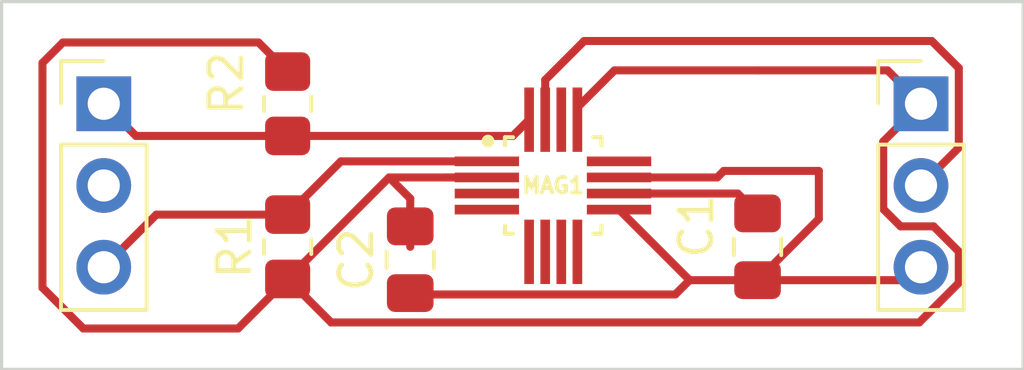
<source format=kicad_pcb>
(kicad_pcb (version 20211014) (generator pcbnew)
  (layers (0 "F.Cu" signal) (31 "B.Cu" signal) (34 "B.Paste" user) (35 "F.Paste" user) (36 "B.SilkS" user "B.Silkscreen") (37 "F.SilkS" user "F.Silkscreen") (38 "B.Mask" user) (39 "F.Mask" user) (44 "Edge.Cuts" user))
  (net 0 "")
  (net 1 "/SCL")
  (net 2 "+3V3")
  (net 3 "GND")
  (net 4 "Net-(C1-Pad1)")
  (net 5 "/INT")
  (net 6 "/SDA")
  (net 7 "Net-(J1-Pad2)")
  (footprint "PQFN50P300X300X100-16N" (layer "F.Cu") (at 111.125 59.69)
    (fp_text reference "MAG1" (at 0 0) (layer "F.SilkS") (effects (font (size 0.48 0.48))))
    (fp_text value "MMC5983MA" hide)
    (fp_line (start 1.5 1.5) (end 1.25 1.5) (layer "F.SilkS") (width 0.127))
    (fp_line (start 1.5 -1.5) (end 1.5 -1.25) (layer "F.SilkS") (width 0.127))
    (fp_line (start 1.25 -1.5) (end 1.5 -1.5) (layer "F.SilkS") (width 0.127))
    (fp_line (start -1.5 -1.5) (end -1.25 -1.5) (layer "F.SilkS") (width 0.127))
    (fp_line (start -1.5 -1.25) (end -1.5 -1.5) (layer "F.SilkS") (width 0.127))
    (fp_line (start 1.5 1.25) (end 1.5 1.5) (layer "F.SilkS") (width 0.127))
    (fp_line (start -1.25 1.5) (end -1.5 1.5) (layer "F.SilkS") (width 0.127))
    (fp_line (start -1.5 1.5) (end -1.5 1.25) (layer "F.SilkS") (width 0.127))
    (fp_circle (center -2.028 -1.378) (end -1.928 -1.378) (layer "F.SilkS") (width 0.2) (fill none))
    (pad "1" smd rect locked (at -2.0625 -0.75) (size 2 0.3) (layers "F.Cu" "F.Paste" "F.Mask") (net 1 "/SCL"))
    (pad "2" smd rect locked (at -2.0625 -0.25) (size 2 0.3) (layers "F.Cu" "F.Paste" "F.Mask") (net 2 "+3V3"))
    (pad "3" smd rect locked (at -2.0625 0.25) (size 2 0.3) (layers "F.Cu" "F.Paste" "F.Mask"))
    (pad "4" smd rect locked (at -2.0625 0.75) (size 2 0.3) (layers "F.Cu" "F.Paste" "F.Mask"))
    (pad "5" smd rect locked (at -0.75 2.0625) (size 0.3 2) (layers "F.Cu" "F.Paste" "F.Mask"))
    (pad "6" smd rect locked (at -0.25 2.0625) (size 0.3 2) (layers "F.Cu" "F.Paste" "F.Mask"))
    (pad "7" smd rect locked (at 0.25 2.0625) (size 0.3 2) (layers "F.Cu" "F.Paste" "F.Mask"))
    (pad "8" smd rect locked (at 0.75 2.0625) (size 0.3 2) (layers "F.Cu" "F.Paste" "F.Mask"))
    (pad "9" smd rect locked (at 2.045 0.75) (size 2 0.3) (layers "F.Cu" "F.Paste" "F.Mask") (net 3 "GND"))
    (pad "10" smd rect locked (at 2.045 0.25) (size 2 0.3) (layers "F.Cu" "F.Paste" "F.Mask") (net 4 "Net-(C1-Pad1)"))
    (pad "11" smd rect locked (at 2.045 -0.25) (size 2 0.3) (layers "F.Cu" "F.Paste" "F.Mask") (net 3 "GND"))
    (pad "12" smd rect locked (at 2.045 -0.75) (size 2 0.3) (layers "F.Cu" "F.Paste" "F.Mask"))
    (pad "13" smd rect locked (at 0.75 -2.045) (size 0.3 2) (layers "F.Cu" "F.Paste" "F.Mask") (net 2 "+3V3"))
    (pad "14" smd rect locked (at 0.25 -2.045) (size 0.3 2) (layers "F.Cu" "F.Paste" "F.Mask"))
    (pad "15" smd rect locked (at -0.25 -2.045) (size 0.3 2) (layers "F.Cu" "F.Paste" "F.Mask") (net 5 "/INT"))
    (pad "16" smd rect locked (at -0.75 -2.045) (size 0.3 2) (layers "F.Cu" "F.Paste" "F.Mask") (net 6 "/SDA"))
  )
  (footprint "Capacitor_SMD:C_0805_2012Metric_Pad1.18x1.45mm_HandSolder" (layer "F.Cu") (at 117.475 61.595 -90)
    (fp_text reference "C1" (at -0.635 1.905 90) (layer "F.SilkS"))
    (fp_text value "10u")
    (fp_line (start -0.261252 -0.735) (end 0.261252 -0.735) (layer "F.SilkS") (width 0.12))
    (fp_line (start -0.261252 0.735) (end 0.261252 0.735) (layer "F.SilkS") (width 0.12))
    (pad "1" smd roundrect locked (at -1.0375 0 270) (size 1.175 1.45) (layers "F.Cu" "F.Paste" "F.Mask") (roundrect_rratio 0.2127659574) (net 4 "Net-(C1-Pad1)"))
    (pad "2" smd roundrect locked (at 1.0375 0 270) (size 1.175 1.45) (layers "F.Cu" "F.Paste" "F.Mask") (roundrect_rratio 0.2127659574) (net 3 "GND"))
  )
  (footprint "Capacitor_SMD:C_0805_2012Metric_Pad1.18x1.45mm_HandSolder" (layer "F.Cu") (at 106.68 61.9975 90)
    (fp_text reference "C2" (at 0 -1.68 90) (layer "F.SilkS"))
    (fp_text value "1u")
    (fp_line (start -0.261252 -0.735) (end 0.261252 -0.735) (layer "F.SilkS") (width 0.12))
    (fp_line (start -0.261252 0.735) (end 0.261252 0.735) (layer "F.SilkS") (width 0.12))
    (pad "1" smd roundrect locked (at -1.0375 0 90) (size 1.175 1.45) (layers "F.Cu" "F.Paste" "F.Mask") (roundrect_rratio 0.2127659574) (net 3 "GND"))
    (pad "2" smd roundrect locked (at 1.0375 0 90) (size 1.175 1.45) (layers "F.Cu" "F.Paste" "F.Mask") (roundrect_rratio 0.2127659574) (net 2 "+3V3"))
  )
  (footprint "Resistor_SMD:R_0805_2012Metric_Pad1.20x1.40mm_HandSolder" (layer "F.Cu") (at 102.87 61.595 90)
    (fp_text reference "R1" (at 0 -1.65 90) (layer "F.SilkS"))
    (fp_text value "2.7k")
    (fp_line (start -0.227064 -0.735) (end 0.227064 -0.735) (layer "F.SilkS") (width 0.12))
    (fp_line (start -0.227064 0.735) (end 0.227064 0.735) (layer "F.SilkS") (width 0.12))
    (pad "1" smd roundrect locked (at -1 0 90) (size 1.2 1.4) (layers "F.Cu" "F.Paste" "F.Mask") (roundrect_rratio 0.2083325) (net 2 "+3V3"))
    (pad "2" smd roundrect locked (at 1 0 90) (size 1.2 1.4) (layers "F.Cu" "F.Paste" "F.Mask") (roundrect_rratio 0.2083325) (net 1 "/SCL"))
  )
  (footprint "Resistor_SMD:R_0805_2012Metric_Pad1.20x1.40mm_HandSolder" (layer "F.Cu") (at 102.87 57.15 -90)
    (fp_text reference "R2" (at -0.635 1.905 90) (layer "F.SilkS"))
    (fp_text value "2.7k")
    (fp_line (start -0.227064 -0.735) (end 0.227064 -0.735) (layer "F.SilkS") (width 0.12))
    (fp_line (start -0.227064 0.735) (end 0.227064 0.735) (layer "F.SilkS") (width 0.12))
    (pad "1" smd roundrect locked (at -1 0 270) (size 1.2 1.4) (layers "F.Cu" "F.Paste" "F.Mask") (roundrect_rratio 0.2083325) (net 2 "+3V3"))
    (pad "2" smd roundrect locked (at 1 0 270) (size 1.2 1.4) (layers "F.Cu" "F.Paste" "F.Mask") (roundrect_rratio 0.2083325) (net 6 "/SDA"))
  )
  (footprint "Connector_PinHeader_2.54mm:PinHeader_1x03_P2.54mm_Vertical" (layer "F.Cu") (at 97.155 57.15)
    (fp_text reference "J1" hide)
    (fp_text value "_" hide)
    (fp_line (start -1.33 1.27) (end -1.33 6.41) (layer "F.SilkS") (width 0.12))
    (fp_line (start -1.33 1.27) (end 1.33 1.27) (layer "F.SilkS") (width 0.12))
    (fp_line (start -1.33 -1.33) (end 0 -1.33) (layer "F.SilkS") (width 0.12))
    (fp_line (start -1.33 0) (end -1.33 -1.33) (layer "F.SilkS") (width 0.12))
    (fp_line (start 1.33 1.27) (end 1.33 6.41) (layer "F.SilkS") (width 0.12))
    (fp_line (start -1.33 6.41) (end 1.33 6.41) (layer "F.SilkS") (width 0.12))
    (pad "1" thru_hole rect locked (at 0 0) (size 1.7 1.7) (drill 1) (layers *.Cu *.Mask) (net 6 "/SDA"))
    (pad "2" thru_hole oval locked (at 0 2.54) (size 1.7 1.7) (drill 1) (layers *.Cu *.Mask) (net 7 "Net-(J1-Pad2)"))
    (pad "3" thru_hole oval locked (at 0 5.08) (size 1.7 1.7) (drill 1) (layers *.Cu *.Mask) (net 1 "/SCL"))
  )
  (footprint "Connector_PinHeader_2.54mm:PinHeader_1x03_P2.54mm_Vertical" (layer "F.Cu") (at 122.555 57.15)
    (fp_text reference "J2" hide)
    (fp_text value "_" hide)
    (fp_line (start -1.33 6.41) (end 1.33 6.41) (layer "F.SilkS") (width 0.12))
    (fp_line (start -1.33 1.27) (end -1.33 6.41) (layer "F.SilkS") (width 0.12))
    (fp_line (start -1.33 -1.33) (end 0 -1.33) (layer "F.SilkS") (width 0.12))
    (fp_line (start -1.33 0) (end -1.33 -1.33) (layer "F.SilkS") (width 0.12))
    (fp_line (start -1.33 1.27) (end 1.33 1.27) (layer "F.SilkS") (width 0.12))
    (fp_line (start 1.33 1.27) (end 1.33 6.41) (layer "F.SilkS") (width 0.12))
    (pad "1" thru_hole rect locked (at 0 0) (size 1.7 1.7) (drill 1) (layers *.Cu *.Mask) (net 2 "+3V3"))
    (pad "2" thru_hole oval locked (at 0 2.54) (size 1.7 1.7) (drill 1) (layers *.Cu *.Mask) (net 5 "/INT"))
    (pad "3" thru_hole oval locked (at 0 5.08) (size 1.7 1.7) (drill 1) (layers *.Cu *.Mask) (net 3 "GND"))
  )
  (gr_line (start 93.98 53.975) (end 125.73 53.975) (layer "Edge.Cuts") (width 0.1))
  (gr_line (start 125.73 53.975) (end 125.73 65.405) (layer "Edge.Cuts") (width 0.1))
  (gr_line (start 125.73 65.405) (end 93.98 65.405) (layer "Edge.Cuts") (width 0.1))
  (gr_line (start 93.98 65.405) (end 93.98 53.975) (layer "Edge.Cuts") (width 0.1))
  (segment (start 104.525 58.94) (end 102.87 60.595) (width 0.25) (layer "F.Cu") (net 1))
  (segment (start 102.87 60.595) (end 98.79 60.595) (width 0.25) (layer "F.Cu") (net 1))
  (segment (start 98.79 60.595) (end 97.155 62.23) (width 0.25) (layer "F.Cu") (net 1))
  (segment (start 109.0625 58.94) (end 104.525 58.94) (width 0.25) (layer "F.Cu") (net 1))
  (segment (start 101.965 55.245) (end 95.885 55.245) (width 0.25) (layer "F.Cu") (net 2))
  (segment (start 111.875 57.265) (end 113.0275 56.1125) (width 0.25) (layer "F.Cu") (net 2))
  (segment (start 121.380489 60.420489) (end 121.380489 58.324511) (width 0.25) (layer "F.Cu") (net 2))
  (segment (start 117.475 56.1125) (end 121.5175 56.1125) (width 0.25) (layer "F.Cu") (net 2))
  (segment (start 96.52 64.135) (end 101.33 64.135) (width 0.25) (layer "F.Cu") (net 2))
  (segment (start 109.0625 59.44) (end 107.7775 59.44) (width 0.25) (layer "F.Cu") (net 2))
  (segment (start 104.22202 63.94702) (end 122.49899 63.94702) (width 0.25) (layer "F.Cu") (net 2))
  (segment (start 111.875 57.645) (end 111.875 57.265) (width 0.25) (layer "F.Cu") (net 2))
  (segment (start 102.87 56.15) (end 101.965 55.245) (width 0.25) (layer "F.Cu") (net 2))
  (segment (start 123.729511 62.716499) (end 123.729511 61.743501) (width 0.25) (layer "F.Cu") (net 2))
  (segment (start 122.49899 63.94702) (end 123.729511 62.716499) (width 0.25) (layer "F.Cu") (net 2))
  (segment (start 95.25 62.865) (end 96.52 64.135) (width 0.25) (layer "F.Cu") (net 2))
  (segment (start 101.33 64.135) (end 102.87 62.595) (width 0.25) (layer "F.Cu") (net 2))
  (segment (start 102.87 62.595) (end 104.22202 63.94702) (width 0.25) (layer "F.Cu") (net 2))
  (segment (start 113.0275 56.1125) (end 117.475 56.1125) (width 0.25) (layer "F.Cu") (net 2))
  (segment (start 95.25 55.88) (end 95.25 62.865) (width 0.25) (layer "F.Cu") (net 2))
  (segment (start 106.025 59.44) (end 109.0625 59.44) (width 0.25) (layer "F.Cu") (net 2))
  (segment (start 95.885 55.245) (end 95.25 55.88) (width 0.25) (layer "F.Cu") (net 2))
  (segment (start 106.025 59.44) (end 106.68 60.095) (width 0.25) (layer "F.Cu") (net 2))
  (segment (start 102.87 62.595) (end 106.025 59.44) (width 0.25) (layer "F.Cu") (net 2))
  (segment (start 121.92 60.96) (end 121.380489 60.420489) (width 0.25) (layer "F.Cu") (net 2))
  (segment (start 106.68 60.095) (end 106.68 61.595) (width 0.25) (layer "F.Cu") (net 2))
  (segment (start 121.380489 58.324511) (end 122.555 57.15) (width 0.25) (layer "F.Cu") (net 2))
  (segment (start 121.5175 56.1125) (end 122.555 57.15) (width 0.25) (layer "F.Cu") (net 2))
  (segment (start 122.94601 60.96) (end 121.92 60.96) (width 0.25) (layer "F.Cu") (net 2))
  (segment (start 123.729511 61.743501) (end 122.94601 60.96) (width 0.25) (layer "F.Cu") (net 2))
  (segment (start 119.38 60.7275) (end 119.38 59.23751) (width 0.25) (layer "F.Cu") (net 3))
  (segment (start 106.722011 63.077011) (end 114.917989 63.077011) (width 0.25) (layer "F.Cu") (net 3))
  (segment (start 106.68 63.035) (end 106.722011 63.077011) (width 0.25) (layer "F.Cu") (net 3))
  (segment (start 119.38 59.23751) (end 116.42499 59.23751) (width 0.25) (layer "F.Cu") (net 3))
  (segment (start 117.475 62.6325) (end 122.1525 62.6325) (width 0.25) (layer "F.Cu") (net 3))
  (segment (start 117.475 62.6325) (end 119.38 60.7275) (width 0.25) (layer "F.Cu") (net 3))
  (segment (start 115.3625 62.6325) (end 113.17 60.44) (width 0.25) (layer "F.Cu") (net 3))
  (segment (start 116.2225 59.44) (end 113.17 59.44) (width 0.25) (layer "F.Cu") (net 3))
  (segment (start 122.1525 62.6325) (end 122.555 62.23) (width 0.25) (layer "F.Cu") (net 3))
  (segment (start 114.917989 63.077011) (end 115.3625 62.6325) (width 0.25) (layer "F.Cu") (net 3))
  (segment (start 116.42499 59.23751) (end 116.2225 59.44) (width 0.25) (layer "F.Cu") (net 3))
  (segment (start 117.475 62.6325) (end 115.3625 62.6325) (width 0.25) (layer "F.Cu") (net 3))
  (segment (start 117.475 60.5575) (end 116.8575 59.94) (width 0.25) (layer "F.Cu") (net 4))
  (segment (start 116.8575 59.94) (end 113.17 59.94) (width 0.25) (layer "F.Cu") (net 4))
  (segment (start 112.085008 55.19999) (end 122.889992 55.19999) (width 0.25) (layer "F.Cu") (net 5))
  (segment (start 123.730001 58.514999) (end 122.555 59.69) (width 0.25) (layer "F.Cu") (net 5))
  (segment (start 110.875 57.645) (end 110.875 56.409998) (width 0.25) (layer "F.Cu") (net 5))
  (segment (start 123.730001 56.039999) (end 123.730001 58.514999) (width 0.25) (layer "F.Cu") (net 5))
  (segment (start 122.889992 55.19999) (end 123.730001 56.039999) (width 0.25) (layer "F.Cu") (net 5))
  (segment (start 110.875 56.409998) (end 112.085008 55.19999) (width 0.25) (layer "F.Cu") (net 5))
  (segment (start 109.87 58.15) (end 110.375 57.645) (width 0.25) (layer "F.Cu") (net 6))
  (segment (start 98.155 58.15) (end 97.155 57.15) (width 0.25) (layer "F.Cu") (net 6))
  (segment (start 102.87 58.15) (end 109.87 58.15) (width 0.25) (layer "F.Cu") (net 6))
  (segment (start 102.87 58.15) (end 98.155 58.15) (width 0.25) (layer "F.Cu") (net 6))
)
</source>
